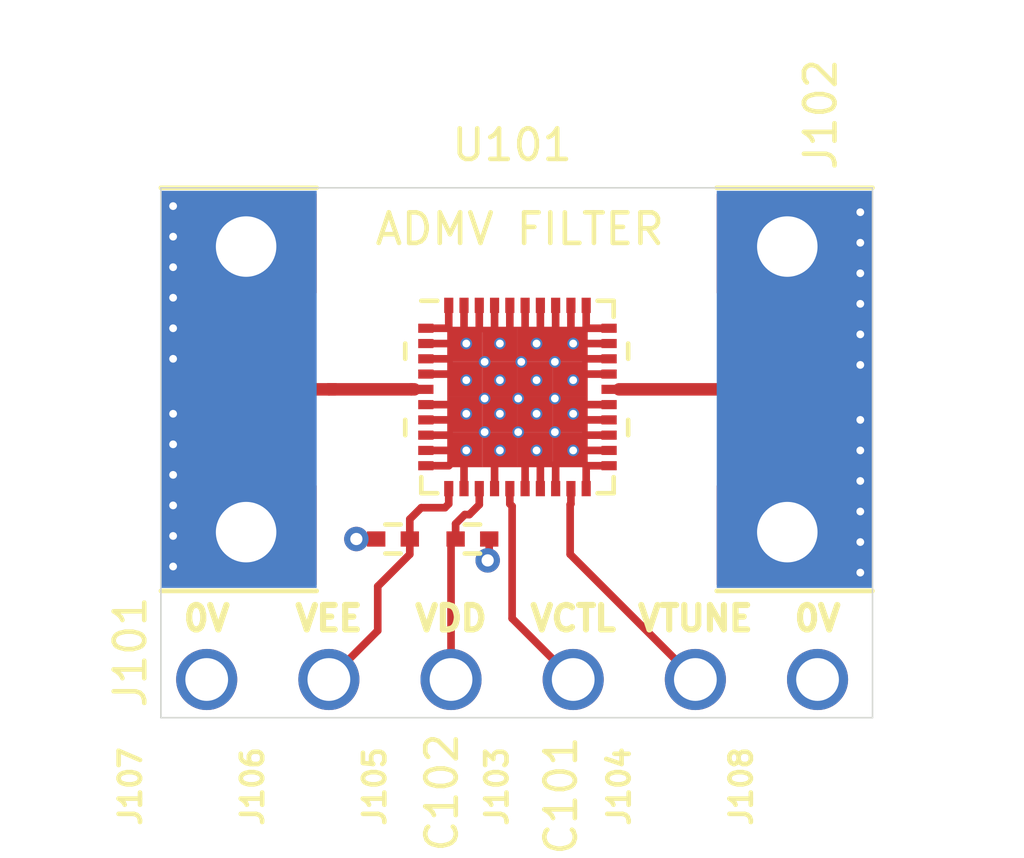
<source format=kicad_pcb>
(kicad_pcb (version 20171130) (host pcbnew "(5.1.4-74-gcf968cb6b)")

  (general
    (thickness 1.6)
    (drawings 11)
    (tracks 100)
    (zones 0)
    (modules 36)
    (nets 8)
  )

  (page A4)
  (layers
    (0 F.Cu signal)
    (1 In1.Cu signal)
    (2 In2.Cu signal)
    (31 B.Cu signal)
    (32 B.Adhes user)
    (33 F.Adhes user)
    (34 B.Paste user)
    (35 F.Paste user)
    (36 B.SilkS user hide)
    (37 F.SilkS user)
    (38 B.Mask user)
    (39 F.Mask user)
    (40 Dwgs.User user)
    (41 Cmts.User user)
    (42 Eco1.User user)
    (43 Eco2.User user)
    (44 Edge.Cuts user)
    (45 Margin user)
    (46 B.CrtYd user)
    (47 F.CrtYd user)
    (48 B.Fab user)
    (49 F.Fab user)
  )

  (setup
    (last_trace_width 0.25)
    (user_trace_width 0.41)
    (trace_clearance 0.2)
    (zone_clearance 0.2)
    (zone_45_only no)
    (trace_min 0.2)
    (via_size 0.8)
    (via_drill 0.4)
    (via_min_size 0.4)
    (via_min_drill 0.3)
    (uvia_size 0.3)
    (uvia_drill 0.1)
    (uvias_allowed no)
    (uvia_min_size 0.2)
    (uvia_min_drill 0.1)
    (edge_width 0.05)
    (segment_width 0.2)
    (pcb_text_width 0.3)
    (pcb_text_size 1.5 1.5)
    (mod_edge_width 0.12)
    (mod_text_size 1 1)
    (mod_text_width 0.15)
    (pad_size 0.381 0.381)
    (pad_drill 0.254)
    (pad_to_mask_clearance 0.02)
    (solder_mask_min_width 0.135)
    (aux_axis_origin 0 0)
    (visible_elements FFFDFF7F)
    (pcbplotparams
      (layerselection 0x010fc_ffffffff)
      (usegerberextensions false)
      (usegerberattributes false)
      (usegerberadvancedattributes false)
      (creategerberjobfile false)
      (excludeedgelayer true)
      (linewidth 0.100000)
      (plotframeref false)
      (viasonmask false)
      (mode 1)
      (useauxorigin false)
      (hpglpennumber 1)
      (hpglpenspeed 20)
      (hpglpendiameter 15.000000)
      (psnegative false)
      (psa4output false)
      (plotreference true)
      (plotvalue true)
      (plotinvisibletext false)
      (padsonsilk false)
      (subtractmaskfromsilk false)
      (outputformat 1)
      (mirror false)
      (drillshape 1)
      (scaleselection 1)
      (outputdirectory ""))
  )

  (net 0 "")
  (net 1 GND)
  (net 2 "Net-(C101-Pad1)")
  (net 3 "Net-(C102-Pad1)")
  (net 4 "Net-(J101-Pad1)")
  (net 5 "Net-(J102-Pad1)")
  (net 6 "Net-(J103-Pad1)")
  (net 7 "Net-(J104-Pad1)")

  (net_class Default "This is the default net class."
    (clearance 0.2)
    (trace_width 0.25)
    (via_dia 0.8)
    (via_drill 0.4)
    (uvia_dia 0.3)
    (uvia_drill 0.1)
    (add_net GND)
    (add_net "Net-(C101-Pad1)")
    (add_net "Net-(C102-Pad1)")
    (add_net "Net-(J101-Pad1)")
    (add_net "Net-(J102-Pad1)")
    (add_net "Net-(J103-Pad1)")
    (add_net "Net-(J104-Pad1)")
  )

  (module synth_footprints:VIA_OSH4LAYER_MIN (layer F.Cu) (tedit 5D8816C6) (tstamp 5D882B01)
    (at 166.2 84.4)
    (fp_text reference REF** (at 0 -2.5) (layer F.SilkS) hide
      (effects (font (size 1 1) (thickness 0.15)))
    )
    (fp_text value VIA_OSH4LAYER_MIN (at 0 -1.2) (layer F.Fab) hide
      (effects (font (size 1 1) (thickness 0.15)))
    )
    (pad 1 thru_hole circle (at 0 0) (size 0.381 0.381) (drill 0.254) (layers *.Cu)
      (net 1 GND))
  )

  (module synth_footprints:VIA_OSH4LAYER_MIN (layer F.Cu) (tedit 5D8816C6) (tstamp 5D882AF9)
    (at 165.1 84.4)
    (fp_text reference REF** (at 0 -2.5) (layer F.SilkS) hide
      (effects (font (size 1 1) (thickness 0.15)))
    )
    (fp_text value VIA_OSH4LAYER_MIN (at 0 -1.2) (layer F.Fab) hide
      (effects (font (size 1 1) (thickness 0.15)))
    )
    (pad 1 thru_hole circle (at 0 0) (size 0.381 0.381) (drill 0.254) (layers *.Cu)
      (net 1 GND))
  )

  (module synth_footprints:VIA_OSH4LAYER_MIN (layer F.Cu) (tedit 5D8816C6) (tstamp 5D882AF1)
    (at 165.1 83.3)
    (fp_text reference REF** (at 0 -2.5) (layer F.SilkS) hide
      (effects (font (size 1 1) (thickness 0.15)))
    )
    (fp_text value VIA_OSH4LAYER_MIN (at 0 -1.2) (layer F.Fab) hide
      (effects (font (size 1 1) (thickness 0.15)))
    )
    (pad 1 thru_hole circle (at 0 0) (size 0.381 0.381) (drill 0.254) (layers *.Cu)
      (net 1 GND))
  )

  (module synth_footprints:VIA_OSH4LAYER_MIN (layer F.Cu) (tedit 5D8816C6) (tstamp 5D882AE9)
    (at 166.2 83.3)
    (fp_text reference REF** (at 0 -2.5) (layer F.SilkS) hide
      (effects (font (size 1 1) (thickness 0.15)))
    )
    (fp_text value VIA_OSH4LAYER_MIN (at 0 -1.2) (layer F.Fab) hide
      (effects (font (size 1 1) (thickness 0.15)))
    )
    (pad 1 thru_hole circle (at 0 0) (size 0.381 0.381) (drill 0.254) (layers *.Cu)
      (net 1 GND))
  )

  (module synth_footprints:VIA_OSH4LAYER_MIN (layer F.Cu) (tedit 5D8816C6) (tstamp 5D882AE1)
    (at 167.4 83.3)
    (fp_text reference REF** (at 0 -2.5) (layer F.SilkS) hide
      (effects (font (size 1 1) (thickness 0.15)))
    )
    (fp_text value VIA_OSH4LAYER_MIN (at 0 -1.2) (layer F.Fab) hide
      (effects (font (size 1 1) (thickness 0.15)))
    )
    (pad 1 thru_hole circle (at 0 0) (size 0.381 0.381) (drill 0.254) (layers *.Cu)
      (net 1 GND))
  )

  (module synth_footprints:VIA_OSH4LAYER_MIN (layer F.Cu) (tedit 5D8816C6) (tstamp 5D882AD9)
    (at 167.4 84.4)
    (fp_text reference REF** (at 0 -2.5) (layer F.SilkS) hide
      (effects (font (size 1 1) (thickness 0.15)))
    )
    (fp_text value VIA_OSH4LAYER_MIN (at 0 -1.2) (layer F.Fab) hide
      (effects (font (size 1 1) (thickness 0.15)))
    )
    (pad 1 thru_hole circle (at 0 0) (size 0.381 0.381) (drill 0.254) (layers *.Cu)
      (net 1 GND))
  )

  (module synth_footprints:VIA_OSH4LAYER_MIN (layer F.Cu) (tedit 5D8816C6) (tstamp 5D882AD1)
    (at 168 85)
    (fp_text reference REF** (at 0 -2.5) (layer F.SilkS) hide
      (effects (font (size 1 1) (thickness 0.15)))
    )
    (fp_text value VIA_OSH4LAYER_MIN (at 0 -1.2) (layer F.Fab) hide
      (effects (font (size 1 1) (thickness 0.15)))
    )
    (pad 1 thru_hole circle (at 0 0) (size 0.381 0.381) (drill 0.254) (layers *.Cu)
      (net 1 GND))
  )

  (module synth_footprints:VIA_OSH4LAYER_MIN (layer F.Cu) (tedit 5D8816C6) (tstamp 5D882AC9)
    (at 166.8 85)
    (fp_text reference REF** (at 0 -2.5) (layer F.SilkS) hide
      (effects (font (size 1 1) (thickness 0.15)))
    )
    (fp_text value VIA_OSH4LAYER_MIN (at 0 -1.2) (layer F.Fab) hide
      (effects (font (size 1 1) (thickness 0.15)))
    )
    (pad 1 thru_hole circle (at 0 0) (size 0.381 0.381) (drill 0.254) (layers *.Cu)
      (net 1 GND))
  )

  (module synth_footprints:VIA_OSH4LAYER_MIN (layer F.Cu) (tedit 5D8816C6) (tstamp 5D882AC1)
    (at 165.6 85)
    (fp_text reference REF** (at 0 -2.5) (layer F.SilkS) hide
      (effects (font (size 1 1) (thickness 0.15)))
    )
    (fp_text value VIA_OSH4LAYER_MIN (at 0 -1.2) (layer F.Fab) hide
      (effects (font (size 1 1) (thickness 0.15)))
    )
    (pad 1 thru_hole circle (at 0 0) (size 0.381 0.381) (drill 0.254) (layers *.Cu)
      (net 1 GND))
  )

  (module synth_footprints:VIA_OSH4LAYER_MIN (layer F.Cu) (tedit 5D8816C6) (tstamp 5D882AB9)
    (at 164.5 85)
    (fp_text reference REF** (at 0 -2.5) (layer F.SilkS) hide
      (effects (font (size 1 1) (thickness 0.15)))
    )
    (fp_text value VIA_OSH4LAYER_MIN (at 0 -1.2) (layer F.Fab) hide
      (effects (font (size 1 1) (thickness 0.15)))
    )
    (pad 1 thru_hole circle (at 0 0) (size 0.381 0.381) (drill 0.254) (layers *.Cu)
      (net 1 GND))
  )

  (module synth_footprints:VIA_OSH4LAYER_MIN (layer F.Cu) (tedit 5D8816C6) (tstamp 5D882AB1)
    (at 164.5 83.8)
    (fp_text reference REF** (at 0 -2.5) (layer F.SilkS) hide
      (effects (font (size 1 1) (thickness 0.15)))
    )
    (fp_text value VIA_OSH4LAYER_MIN (at 0 -1.2) (layer F.Fab) hide
      (effects (font (size 1 1) (thickness 0.15)))
    )
    (pad 1 thru_hole circle (at 0 0) (size 0.381 0.381) (drill 0.254) (layers *.Cu)
      (net 1 GND))
  )

  (module synth_footprints:VIA_OSH4LAYER_MIN (layer F.Cu) (tedit 5D8816C6) (tstamp 5D882AA9)
    (at 165.6 83.8)
    (fp_text reference REF** (at 0 -2.5) (layer F.SilkS) hide
      (effects (font (size 1 1) (thickness 0.15)))
    )
    (fp_text value VIA_OSH4LAYER_MIN (at 0 -1.2) (layer F.Fab) hide
      (effects (font (size 1 1) (thickness 0.15)))
    )
    (pad 1 thru_hole circle (at 0 0) (size 0.381 0.381) (drill 0.254) (layers *.Cu)
      (net 1 GND))
  )

  (module synth_footprints:VIA_OSH4LAYER_MIN (layer F.Cu) (tedit 5D8816C6) (tstamp 5D882AA1)
    (at 166.8 83.8)
    (fp_text reference REF** (at 0 -2.5) (layer F.SilkS) hide
      (effects (font (size 1 1) (thickness 0.15)))
    )
    (fp_text value VIA_OSH4LAYER_MIN (at 0 -1.2) (layer F.Fab) hide
      (effects (font (size 1 1) (thickness 0.15)))
    )
    (pad 1 thru_hole circle (at 0 0) (size 0.381 0.381) (drill 0.254) (layers *.Cu)
      (net 1 GND))
  )

  (module synth_footprints:VIA_OSH4LAYER_MIN (layer F.Cu) (tedit 5D8816C6) (tstamp 5D882A99)
    (at 168 83.8)
    (fp_text reference REF** (at 0 -2.5) (layer F.SilkS) hide
      (effects (font (size 1 1) (thickness 0.15)))
    )
    (fp_text value VIA_OSH4LAYER_MIN (at 0 -1.2) (layer F.Fab) hide
      (effects (font (size 1 1) (thickness 0.15)))
    )
    (pad 1 thru_hole circle (at 0 0) (size 0.381 0.381) (drill 0.254) (layers *.Cu)
      (net 1 GND))
  )

  (module synth_footprints:VIA_OSH4LAYER_MIN (layer F.Cu) (tedit 5D8816C6) (tstamp 5D882A91)
    (at 167.4 82.1)
    (fp_text reference REF** (at 0 -2.5) (layer F.SilkS) hide
      (effects (font (size 1 1) (thickness 0.15)))
    )
    (fp_text value VIA_OSH4LAYER_MIN (at 0 -1.2) (layer F.Fab) hide
      (effects (font (size 1 1) (thickness 0.15)))
    )
    (pad 1 thru_hole circle (at 0 0) (size 0.381 0.381) (drill 0.254) (layers *.Cu)
      (net 1 GND))
  )

  (module synth_footprints:VIA_OSH4LAYER_MIN (layer F.Cu) (tedit 5D8816C6) (tstamp 5D882A89)
    (at 166.3 82.1)
    (fp_text reference REF** (at 0 -2.5) (layer F.SilkS) hide
      (effects (font (size 1 1) (thickness 0.15)))
    )
    (fp_text value VIA_OSH4LAYER_MIN (at 0 -1.2) (layer F.Fab) hide
      (effects (font (size 1 1) (thickness 0.15)))
    )
    (pad 1 thru_hole circle (at 0 0) (size 0.381 0.381) (drill 0.254) (layers *.Cu)
      (net 1 GND))
  )

  (module synth_footprints:VIA_OSH4LAYER_MIN (layer F.Cu) (tedit 5D8816C6) (tstamp 5D882A81)
    (at 165.1 82.1)
    (fp_text reference REF** (at 0 -2.5) (layer F.SilkS) hide
      (effects (font (size 1 1) (thickness 0.15)))
    )
    (fp_text value VIA_OSH4LAYER_MIN (at 0 -1.2) (layer F.Fab) hide
      (effects (font (size 1 1) (thickness 0.15)))
    )
    (pad 1 thru_hole circle (at 0 0) (size 0.381 0.381) (drill 0.254) (layers *.Cu)
      (net 1 GND))
  )

  (module synth_footprints:VIA_OSH4LAYER_MIN (layer F.Cu) (tedit 5D8816C6) (tstamp 5D882A79)
    (at 164.5 82.7)
    (fp_text reference REF** (at 0 -2.5) (layer F.SilkS) hide
      (effects (font (size 1 1) (thickness 0.15)))
    )
    (fp_text value VIA_OSH4LAYER_MIN (at 0 -1.2) (layer F.Fab) hide
      (effects (font (size 1 1) (thickness 0.15)))
    )
    (pad 1 thru_hole circle (at 0 0) (size 0.381 0.381) (drill 0.254) (layers *.Cu)
      (net 1 GND))
  )

  (module synth_footprints:VIA_OSH4LAYER_MIN (layer F.Cu) (tedit 5D8816C6) (tstamp 5D882A71)
    (at 165.6 82.7)
    (fp_text reference REF** (at 0 -2.5) (layer F.SilkS) hide
      (effects (font (size 1 1) (thickness 0.15)))
    )
    (fp_text value VIA_OSH4LAYER_MIN (at 0 -1.2) (layer F.Fab) hide
      (effects (font (size 1 1) (thickness 0.15)))
    )
    (pad 1 thru_hole circle (at 0 0) (size 0.381 0.381) (drill 0.254) (layers *.Cu)
      (net 1 GND))
  )

  (module synth_footprints:VIA_OSH4LAYER_MIN (layer F.Cu) (tedit 5D8816C6) (tstamp 5D882A69)
    (at 166.8 82.7)
    (fp_text reference REF** (at 0 -2.5) (layer F.SilkS) hide
      (effects (font (size 1 1) (thickness 0.15)))
    )
    (fp_text value VIA_OSH4LAYER_MIN (at 0 -1.2) (layer F.Fab) hide
      (effects (font (size 1 1) (thickness 0.15)))
    )
    (pad 1 thru_hole circle (at 0 0) (size 0.381 0.381) (drill 0.254) (layers *.Cu)
      (net 1 GND))
  )

  (module synth_footprints:VIA_OSH4LAYER_MIN (layer F.Cu) (tedit 5D8816C6) (tstamp 5D882A61)
    (at 168 82.7)
    (fp_text reference REF** (at 0 -2.5) (layer F.SilkS) hide
      (effects (font (size 1 1) (thickness 0.15)))
    )
    (fp_text value VIA_OSH4LAYER_MIN (at 0 -1.2) (layer F.Fab) hide
      (effects (font (size 1 1) (thickness 0.15)))
    )
    (pad 1 thru_hole circle (at 0 0) (size 0.381 0.381) (drill 0.254) (layers *.Cu)
      (net 1 GND))
  )

  (module synth_footprints:VIA_OSH4LAYER_MIN (layer F.Cu) (tedit 5D8816C6) (tstamp 5D882A59)
    (at 168 81.5)
    (fp_text reference REF** (at 0 -2.5) (layer F.SilkS) hide
      (effects (font (size 1 1) (thickness 0.15)))
    )
    (fp_text value VIA_OSH4LAYER_MIN (at 0 -1.2) (layer F.Fab) hide
      (effects (font (size 1 1) (thickness 0.15)))
    )
    (pad 1 thru_hole circle (at 0 0) (size 0.381 0.381) (drill 0.254) (layers *.Cu)
      (net 1 GND))
  )

  (module synth_footprints:VIA_OSH4LAYER_MIN (layer F.Cu) (tedit 5D8816C6) (tstamp 5D882A51)
    (at 166.8 81.5)
    (fp_text reference REF** (at 0 -2.5) (layer F.SilkS) hide
      (effects (font (size 1 1) (thickness 0.15)))
    )
    (fp_text value VIA_OSH4LAYER_MIN (at 0 -1.2) (layer F.Fab) hide
      (effects (font (size 1 1) (thickness 0.15)))
    )
    (pad 1 thru_hole circle (at 0 0) (size 0.381 0.381) (drill 0.254) (layers *.Cu)
      (net 1 GND))
  )

  (module synth_footprints:VIA_OSH4LAYER_MIN (layer F.Cu) (tedit 5D8816C6) (tstamp 5D882A49)
    (at 165.6 81.5)
    (fp_text reference REF** (at 0 -2.5) (layer F.SilkS) hide
      (effects (font (size 1 1) (thickness 0.15)))
    )
    (fp_text value VIA_OSH4LAYER_MIN (at 0 -1.2) (layer F.Fab) hide
      (effects (font (size 1 1) (thickness 0.15)))
    )
    (pad 1 thru_hole circle (at 0 0) (size 0.381 0.381) (drill 0.254) (layers *.Cu)
      (net 1 GND))
  )

  (module synth_footprints:VIA_OSH4LAYER_MIN (layer F.Cu) (tedit 5D8816C6) (tstamp 5D8828CB)
    (at 164.5 81.5)
    (fp_text reference REF** (at 0 -2.5) (layer F.SilkS) hide
      (effects (font (size 1 1) (thickness 0.15)))
    )
    (fp_text value VIA_OSH4LAYER_MIN (at 0 -1.2) (layer F.Fab) hide
      (effects (font (size 1 1) (thickness 0.15)))
    )
    (pad 1 thru_hole circle (at 0 0) (size 0.381 0.381) (drill 0.254) (layers *.Cu)
      (net 1 GND))
  )

  (module vna_mm:sw_edge_oshpark_4layer (layer F.Cu) (tedit 5D8802F6) (tstamp 5D8815F2)
    (at 154.5 83 90)
    (path /5D880968)
    (fp_text reference J101 (at -8.6 -1 90) (layer F.SilkS)
      (effects (font (size 1 1) (thickness 0.15)))
    )
    (fp_text value Conn_Coaxial (at -11.9 7.3) (layer F.Fab)
      (effects (font (size 1 1) (thickness 0.15)))
    )
    (fp_line (start 1 8) (end 1.5 8) (layer F.SilkS) (width 0.15))
    (fp_line (start -1 8) (end -1.5 8) (layer F.SilkS) (width 0.15))
    (fp_poly (pts (xy -6.6 0) (xy -0.5 0) (xy -0.5 5.1) (xy -6.6 5.1)) (layer F.Mask) (width 0.1))
    (fp_poly (pts (xy 0.5 0) (xy 6.6 0) (xy 6.6 5.1) (xy 0.5 5.1)) (layer F.Mask) (width 0.1))
    (fp_poly (pts (xy -0.6 1.9) (xy 0.6 1.9) (xy 0.6 5.1) (xy -0.6 5.1)) (layer F.Mask) (width 0.1))
    (fp_poly (pts (xy -0.5 0) (xy 0.5 0) (xy 0.5 1.3) (xy -0.5 1.3)) (layer F.Mask) (width 0.1))
    (fp_line (start 6.6 0) (end 6.6 5.1) (layer F.SilkS) (width 0.15))
    (fp_line (start -6.6 0) (end -6.6 5) (layer F.SilkS) (width 0.15))
    (fp_line (start -6.6 5) (end -6.6 5.1) (layer F.SilkS) (width 0.15))
    (pad 2 smd rect (at 0 2.55 270) (size 13 5.1) (layers B.Cu B.Mask)
      (net 1 GND))
    (pad 2 smd rect (at 4.775 2.85 270) (size 3.25 4.5) (layers F.Cu F.Mask)
      (net 1 GND))
    (pad 2 smd rect (at -4.775 2.85 270) (size 3.25 4.5) (layers F.Cu F.Mask)
      (net 1 GND))
    (pad 2 thru_hole circle (at -4.675 2.79 90) (size 3 3) (drill 1.98) (layers *.Cu *.Mask)
      (net 1 GND))
    (pad 2 thru_hole circle (at 4.675 2.79 90) (size 3 3) (drill 1.98) (layers *.Cu *.Mask)
      (net 1 GND))
    (pad 1 smd rect (at 0 3.04 90) (size 0.41 4.08) (layers F.Cu)
      (net 4 "Net-(J101-Pad1)"))
    (pad 1 smd trapezoid (at 0 0.55 90) (size 0.3 0.95) (rect_delta 0 0.11 ) (layers F.Cu F.Mask)
      (net 4 "Net-(J101-Pad1)"))
    (pad 2 smd rect (at 3.4 0.3 270) (size 6 0.6) (layers F.Cu F.Mask)
      (net 1 GND))
    (pad 2 smd trapezoid (at 3.4 0.7 90) (size 5.8 0.2) (rect_delta 0 -0.2 ) (layers F.Cu F.Mask)
      (net 1 GND))
    (pad 2 thru_hole circle (at 1 0.4 90) (size 0.5 0.5) (drill 0.254) (layers *.Cu *.Mask)
      (net 1 GND))
    (pad 2 thru_hole circle (at 2 0.4 90) (size 0.5 0.5) (drill 0.254) (layers *.Cu *.Mask)
      (net 1 GND))
    (pad 2 thru_hole circle (at 3 0.4 90) (size 0.5 0.5) (drill 0.254) (layers *.Cu *.Mask)
      (net 1 GND))
    (pad 2 thru_hole circle (at 4 0.4 90) (size 0.5 0.5) (drill 0.254) (layers *.Cu *.Mask)
      (net 1 GND))
    (pad 2 thru_hole circle (at 5 0.4 90) (size 0.5 0.5) (drill 0.254) (layers *.Cu *.Mask)
      (net 1 GND))
    (pad 2 thru_hole circle (at 6 0.4 90) (size 0.5 0.5) (drill 0.254) (layers *.Cu *.Mask)
      (net 1 GND))
    (pad 2 smd trapezoid (at -3.4 0.7 90) (size 5.8 0.2) (rect_delta 0 -0.2 ) (layers F.Cu F.Mask)
      (net 1 GND))
    (pad 2 smd rect (at -3.4 0.3 270) (size 6 0.6) (layers F.Cu F.Mask)
      (net 1 GND))
    (pad 2 thru_hole circle (at -2.8 0.4 90) (size 0.5 0.5) (drill 0.254) (layers *.Cu *.Mask)
      (net 1 GND))
    (pad 2 thru_hole circle (at -0.8 0.4 90) (size 0.5 0.5) (drill 0.254) (layers *.Cu *.Mask)
      (net 1 GND))
    (pad 2 thru_hole circle (at -1.8 0.4 90) (size 0.5 0.5) (drill 0.254) (layers *.Cu *.Mask)
      (net 1 GND))
    (pad 2 thru_hole circle (at -5.8 0.4 90) (size 0.5 0.5) (drill 0.254) (layers *.Cu *.Mask)
      (net 1 GND))
    (pad 2 thru_hole circle (at -3.8 0.4 90) (size 0.5 0.5) (drill 0.254) (layers *.Cu *.Mask)
      (net 1 GND))
    (pad 2 thru_hole circle (at -4.8 0.4 90) (size 0.5 0.5) (drill 0.254) (layers *.Cu *.Mask)
      (net 1 GND))
  )

  (module vna_mm:sw_edge_oshpark_4layer (layer F.Cu) (tedit 5D8802F6) (tstamp 5D881B7D)
    (at 177.8 83 270)
    (path /5D88288F)
    (fp_text reference J102 (at -9 1.7 90) (layer F.SilkS)
      (effects (font (size 1 1) (thickness 0.15)))
    )
    (fp_text value Conn_Coaxial (at -11.9 7.3) (layer F.Fab)
      (effects (font (size 1 1) (thickness 0.15)))
    )
    (fp_line (start 1 8) (end 1.5 8) (layer F.SilkS) (width 0.15))
    (fp_line (start -1 8) (end -1.5 8) (layer F.SilkS) (width 0.15))
    (fp_poly (pts (xy -6.6 0) (xy -0.5 0) (xy -0.5 5.1) (xy -6.6 5.1)) (layer F.Mask) (width 0.1))
    (fp_poly (pts (xy 0.5 0) (xy 6.6 0) (xy 6.6 5.1) (xy 0.5 5.1)) (layer F.Mask) (width 0.1))
    (fp_poly (pts (xy -0.6 1.9) (xy 0.6 1.9) (xy 0.6 5.1) (xy -0.6 5.1)) (layer F.Mask) (width 0.1))
    (fp_poly (pts (xy -0.5 0) (xy 0.5 0) (xy 0.5 1.3) (xy -0.5 1.3)) (layer F.Mask) (width 0.1))
    (fp_line (start 6.6 0) (end 6.6 5.1) (layer F.SilkS) (width 0.15))
    (fp_line (start -6.6 0) (end -6.6 5) (layer F.SilkS) (width 0.15))
    (fp_line (start -6.6 5) (end -6.6 5.1) (layer F.SilkS) (width 0.15))
    (pad 2 smd rect (at 0 2.55 90) (size 13 5.1) (layers B.Cu B.Mask)
      (net 1 GND))
    (pad 2 smd rect (at 4.775 2.85 90) (size 3.25 4.5) (layers F.Cu F.Mask)
      (net 1 GND))
    (pad 2 smd rect (at -4.775 2.85 90) (size 3.25 4.5) (layers F.Cu F.Mask)
      (net 1 GND))
    (pad 2 thru_hole circle (at -4.675 2.79 270) (size 3 3) (drill 1.98) (layers *.Cu *.Mask)
      (net 1 GND))
    (pad 2 thru_hole circle (at 4.675 2.79 270) (size 3 3) (drill 1.98) (layers *.Cu *.Mask)
      (net 1 GND))
    (pad 1 smd rect (at 0 3.04 270) (size 0.41 4.08) (layers F.Cu)
      (net 5 "Net-(J102-Pad1)"))
    (pad 1 smd trapezoid (at 0 0.55 270) (size 0.3 0.95) (rect_delta 0 0.11 ) (layers F.Cu F.Mask)
      (net 5 "Net-(J102-Pad1)"))
    (pad 2 smd rect (at 3.4 0.3 90) (size 6 0.6) (layers F.Cu F.Mask)
      (net 1 GND))
    (pad 2 smd trapezoid (at 3.4 0.7 270) (size 5.8 0.2) (rect_delta 0 -0.2 ) (layers F.Cu F.Mask)
      (net 1 GND))
    (pad 2 thru_hole circle (at 1 0.4 270) (size 0.5 0.5) (drill 0.254) (layers *.Cu *.Mask)
      (net 1 GND))
    (pad 2 thru_hole circle (at 2 0.4 270) (size 0.5 0.5) (drill 0.254) (layers *.Cu *.Mask)
      (net 1 GND))
    (pad 2 thru_hole circle (at 3 0.4 270) (size 0.5 0.5) (drill 0.254) (layers *.Cu *.Mask)
      (net 1 GND))
    (pad 2 thru_hole circle (at 4 0.4 270) (size 0.5 0.5) (drill 0.254) (layers *.Cu *.Mask)
      (net 1 GND))
    (pad 2 thru_hole circle (at 5 0.4 270) (size 0.5 0.5) (drill 0.254) (layers *.Cu *.Mask)
      (net 1 GND))
    (pad 2 thru_hole circle (at 6 0.4 270) (size 0.5 0.5) (drill 0.254) (layers *.Cu *.Mask)
      (net 1 GND))
    (pad 2 smd trapezoid (at -3.4 0.7 270) (size 5.8 0.2) (rect_delta 0 -0.2 ) (layers F.Cu F.Mask)
      (net 1 GND))
    (pad 2 smd rect (at -3.4 0.3 90) (size 6 0.6) (layers F.Cu F.Mask)
      (net 1 GND))
    (pad 2 thru_hole circle (at -2.8 0.4 270) (size 0.5 0.5) (drill 0.254) (layers *.Cu *.Mask)
      (net 1 GND))
    (pad 2 thru_hole circle (at -0.8 0.4 270) (size 0.5 0.5) (drill 0.254) (layers *.Cu *.Mask)
      (net 1 GND))
    (pad 2 thru_hole circle (at -1.8 0.4 270) (size 0.5 0.5) (drill 0.254) (layers *.Cu *.Mask)
      (net 1 GND))
    (pad 2 thru_hole circle (at -5.8 0.4 270) (size 0.5 0.5) (drill 0.254) (layers *.Cu *.Mask)
      (net 1 GND))
    (pad 2 thru_hole circle (at -3.8 0.4 270) (size 0.5 0.5) (drill 0.254) (layers *.Cu *.Mask)
      (net 1 GND))
    (pad 2 thru_hole circle (at -4.8 0.4 270) (size 0.5 0.5) (drill 0.254) (layers *.Cu *.Mask)
      (net 1 GND))
  )

  (module Capacitors_SMD:C_0402 (layer F.Cu) (tedit 5415D599) (tstamp 5D881622)
    (at 164.7 87.9)
    (descr "Capacitor SMD 0402, reflow soldering, AVX (see smccp.pdf)")
    (tags "capacitor 0402")
    (path /5D8929D7)
    (attr smd)
    (fp_text reference C101 (at 2.9 8.4 90) (layer F.SilkS)
      (effects (font (size 1 1) (thickness 0.15)))
    )
    (fp_text value C_Small (at 0 1.7) (layer F.Fab)
      (effects (font (size 1 1) (thickness 0.15)))
    )
    (fp_line (start -1.15 -0.6) (end 1.15 -0.6) (layer F.CrtYd) (width 0.05))
    (fp_line (start -1.15 0.6) (end 1.15 0.6) (layer F.CrtYd) (width 0.05))
    (fp_line (start -1.15 -0.6) (end -1.15 0.6) (layer F.CrtYd) (width 0.05))
    (fp_line (start 1.15 -0.6) (end 1.15 0.6) (layer F.CrtYd) (width 0.05))
    (fp_line (start 0.25 -0.475) (end -0.25 -0.475) (layer F.SilkS) (width 0.15))
    (fp_line (start -0.25 0.475) (end 0.25 0.475) (layer F.SilkS) (width 0.15))
    (pad 1 smd rect (at -0.55 0) (size 0.6 0.5) (layers F.Cu F.Paste F.Mask)
      (net 2 "Net-(C101-Pad1)"))
    (pad 2 smd rect (at 0.55 0) (size 0.6 0.5) (layers F.Cu F.Paste F.Mask)
      (net 1 GND))
    (model Capacitors_SMD.3dshapes/C_0402.wrl
      (at (xyz 0 0 0))
      (scale (xyz 1 1 1))
      (rotate (xyz 0 0 0))
    )
  )

  (module Capacitors_SMD:C_0402 (layer F.Cu) (tedit 5415D599) (tstamp 5D88162E)
    (at 162.1 87.9 180)
    (descr "Capacitor SMD 0402, reflow soldering, AVX (see smccp.pdf)")
    (tags "capacitor 0402")
    (path /5D8A38AA)
    (attr smd)
    (fp_text reference C102 (at -1.6 -8.3 90) (layer F.SilkS)
      (effects (font (size 1 1) (thickness 0.15)))
    )
    (fp_text value C_Small (at 0 1.7) (layer F.Fab)
      (effects (font (size 1 1) (thickness 0.15)))
    )
    (fp_line (start -0.25 0.475) (end 0.25 0.475) (layer F.SilkS) (width 0.15))
    (fp_line (start 0.25 -0.475) (end -0.25 -0.475) (layer F.SilkS) (width 0.15))
    (fp_line (start 1.15 -0.6) (end 1.15 0.6) (layer F.CrtYd) (width 0.05))
    (fp_line (start -1.15 -0.6) (end -1.15 0.6) (layer F.CrtYd) (width 0.05))
    (fp_line (start -1.15 0.6) (end 1.15 0.6) (layer F.CrtYd) (width 0.05))
    (fp_line (start -1.15 -0.6) (end 1.15 -0.6) (layer F.CrtYd) (width 0.05))
    (pad 2 smd rect (at 0.55 0 180) (size 0.6 0.5) (layers F.Cu F.Paste F.Mask)
      (net 1 GND))
    (pad 1 smd rect (at -0.55 0 180) (size 0.6 0.5) (layers F.Cu F.Paste F.Mask)
      (net 3 "Net-(C102-Pad1)"))
    (model Capacitors_SMD.3dshapes/C_0402.wrl
      (at (xyz 0 0 0))
      (scale (xyz 1 1 1))
      (rotate (xyz 0 0 0))
    )
  )

  (module vna_footprints:TURRET_MILLMAX_2101 (layer F.Cu) (tedit 5D75DD65) (tstamp 5D881633)
    (at 168 92.5)
    (path /5D8A5B59)
    (fp_text reference J103 (at -2.5 3.5 90) (layer F.SilkS)
      (effects (font (size 0.7 0.7) (thickness 0.15)))
    )
    (fp_text value Conn_01x01_Male (at 0 -3.3) (layer F.Fab)
      (effects (font (size 1 1) (thickness 0.15)))
    )
    (pad 1 thru_hole circle (at 0 0) (size 2 2) (drill 1.4) (layers *.Cu *.Mask)
      (net 6 "Net-(J103-Pad1)"))
  )

  (module vna_footprints:TURRET_MILLMAX_2101 (layer F.Cu) (tedit 5D75DD65) (tstamp 5D881C4A)
    (at 172 92.5)
    (path /5D8A8F29)
    (fp_text reference J104 (at -2.5 3.5 90) (layer F.SilkS)
      (effects (font (size 0.7 0.7) (thickness 0.15)))
    )
    (fp_text value Conn_01x01_Male (at 0 -3.3) (layer F.Fab)
      (effects (font (size 1 1) (thickness 0.15)))
    )
    (pad 1 thru_hole circle (at 0 0) (size 2 2) (drill 1.4) (layers *.Cu *.Mask)
      (net 7 "Net-(J104-Pad1)"))
  )

  (module vna_footprints:TURRET_MILLMAX_2101 (layer F.Cu) (tedit 5D75DD65) (tstamp 5D88163D)
    (at 164 92.5)
    (path /5D891546)
    (fp_text reference J105 (at -2.5 3.5 90) (layer F.SilkS)
      (effects (font (size 0.7 0.7) (thickness 0.15)))
    )
    (fp_text value Conn_01x01_Male (at 0 -3.3) (layer F.Fab)
      (effects (font (size 1 1) (thickness 0.15)))
    )
    (pad 1 thru_hole circle (at 0 0) (size 2 2) (drill 1.4) (layers *.Cu *.Mask)
      (net 2 "Net-(C101-Pad1)"))
  )

  (module vna_footprints:TURRET_MILLMAX_2101 (layer F.Cu) (tedit 5D75DD65) (tstamp 5D881642)
    (at 160 92.5)
    (path /5D8A38A4)
    (fp_text reference J106 (at -2.5 3.5 90) (layer F.SilkS)
      (effects (font (size 0.7 0.7) (thickness 0.15)))
    )
    (fp_text value Conn_01x01_Male (at 0 -3.3) (layer F.Fab)
      (effects (font (size 1 1) (thickness 0.15)))
    )
    (pad 1 thru_hole circle (at 0 0) (size 2 2) (drill 1.4) (layers *.Cu *.Mask)
      (net 3 "Net-(C102-Pad1)"))
  )

  (module Housings_DFN_QFN:QFN-40-1EP_6x6mm_Pitch0.5mm (layer F.Cu) (tedit 54130A77) (tstamp 5D881689)
    (at 166.175 83.25)
    (descr "40-Lead Plastic Quad Flat, No Lead Package (ML) - 6x6x0.9mm Body [QFN]; (see Microchip Packaging Specification 00000049BS.pdf)")
    (tags "QFN 0.5")
    (path /5D881873)
    (attr smd)
    (fp_text reference U101 (at -0.175 -8.25) (layer F.SilkS)
      (effects (font (size 1 1) (thickness 0.15)))
    )
    (fp_text value ADMV8416 (at 0 4.25) (layer F.Fab)
      (effects (font (size 1 1) (thickness 0.15)))
    )
    (fp_line (start -3.5 -3.5) (end -3.5 3.5) (layer F.CrtYd) (width 0.05))
    (fp_line (start 3.5 -3.5) (end 3.5 3.5) (layer F.CrtYd) (width 0.05))
    (fp_line (start -3.5 -3.5) (end 3.5 -3.5) (layer F.CrtYd) (width 0.05))
    (fp_line (start -3.5 3.5) (end 3.5 3.5) (layer F.CrtYd) (width 0.05))
    (fp_line (start 3.15 -3.15) (end 3.15 -2.625) (layer F.SilkS) (width 0.15))
    (fp_line (start -3.15 3.15) (end -3.15 2.625) (layer F.SilkS) (width 0.15))
    (fp_line (start 3.15 3.15) (end 3.15 2.625) (layer F.SilkS) (width 0.15))
    (fp_line (start -3.15 -3.15) (end -2.625 -3.15) (layer F.SilkS) (width 0.15))
    (fp_line (start -3.15 3.15) (end -2.625 3.15) (layer F.SilkS) (width 0.15))
    (fp_line (start 3.15 3.15) (end 2.625 3.15) (layer F.SilkS) (width 0.15))
    (fp_line (start 3.15 -3.15) (end 2.625 -3.15) (layer F.SilkS) (width 0.15))
    (pad 1 smd rect (at -3 -2.25) (size 0.5 0.3) (layers F.Cu F.Paste F.Mask)
      (net 1 GND))
    (pad 2 smd rect (at -3 -1.75) (size 0.5 0.3) (layers F.Cu F.Paste F.Mask)
      (net 1 GND))
    (pad 3 smd rect (at -3 -1.25) (size 0.5 0.3) (layers F.Cu F.Paste F.Mask)
      (net 1 GND))
    (pad 4 smd rect (at -3 -0.75) (size 0.5 0.3) (layers F.Cu F.Paste F.Mask)
      (net 1 GND))
    (pad 5 smd rect (at -3 -0.25) (size 0.5 0.3) (layers F.Cu F.Paste F.Mask)
      (net 4 "Net-(J101-Pad1)"))
    (pad 6 smd rect (at -3 0.25) (size 0.5 0.3) (layers F.Cu F.Paste F.Mask)
      (net 1 GND))
    (pad 7 smd rect (at -3 0.75) (size 0.5 0.3) (layers F.Cu F.Paste F.Mask)
      (net 1 GND))
    (pad 8 smd rect (at -3 1.25) (size 0.5 0.3) (layers F.Cu F.Paste F.Mask)
      (net 1 GND))
    (pad 9 smd rect (at -3 1.75) (size 0.5 0.3) (layers F.Cu F.Paste F.Mask)
      (net 1 GND))
    (pad 10 smd rect (at -3 2.25) (size 0.5 0.3) (layers F.Cu F.Paste F.Mask)
      (net 1 GND))
    (pad 11 smd rect (at -2.25 3 90) (size 0.5 0.3) (layers F.Cu F.Paste F.Mask)
      (net 3 "Net-(C102-Pad1)"))
    (pad 12 smd rect (at -1.75 3 90) (size 0.5 0.3) (layers F.Cu F.Paste F.Mask)
      (net 1 GND))
    (pad 13 smd rect (at -1.25 3 90) (size 0.5 0.3) (layers F.Cu F.Paste F.Mask)
      (net 2 "Net-(C101-Pad1)"))
    (pad 14 smd rect (at -0.75 3 90) (size 0.5 0.3) (layers F.Cu F.Paste F.Mask)
      (net 1 GND))
    (pad 15 smd rect (at -0.25 3 90) (size 0.5 0.3) (layers F.Cu F.Paste F.Mask)
      (net 6 "Net-(J103-Pad1)"))
    (pad 16 smd rect (at 0.25 3 90) (size 0.5 0.3) (layers F.Cu F.Paste F.Mask)
      (net 1 GND))
    (pad 17 smd rect (at 0.75 3 90) (size 0.5 0.3) (layers F.Cu F.Paste F.Mask)
      (net 1 GND))
    (pad 18 smd rect (at 1.25 3 90) (size 0.5 0.3) (layers F.Cu F.Paste F.Mask)
      (net 1 GND))
    (pad 19 smd rect (at 1.75 3 90) (size 0.5 0.3) (layers F.Cu F.Paste F.Mask)
      (net 7 "Net-(J104-Pad1)"))
    (pad 20 smd rect (at 2.25 3 90) (size 0.5 0.3) (layers F.Cu F.Paste F.Mask)
      (net 1 GND))
    (pad 21 smd rect (at 3 2.25) (size 0.5 0.3) (layers F.Cu F.Paste F.Mask)
      (net 1 GND))
    (pad 22 smd rect (at 3 1.75) (size 0.5 0.3) (layers F.Cu F.Paste F.Mask)
      (net 1 GND))
    (pad 23 smd rect (at 3 1.25) (size 0.5 0.3) (layers F.Cu F.Paste F.Mask)
      (net 1 GND))
    (pad 24 smd rect (at 3 0.75) (size 0.5 0.3) (layers F.Cu F.Paste F.Mask)
      (net 1 GND))
    (pad 25 smd rect (at 3 0.25) (size 0.5 0.3) (layers F.Cu F.Paste F.Mask)
      (net 1 GND))
    (pad 26 smd rect (at 3 -0.25) (size 0.5 0.3) (layers F.Cu F.Paste F.Mask)
      (net 5 "Net-(J102-Pad1)"))
    (pad 27 smd rect (at 3 -0.75) (size 0.5 0.3) (layers F.Cu F.Paste F.Mask)
      (net 1 GND))
    (pad 28 smd rect (at 3 -1.25) (size 0.5 0.3) (layers F.Cu F.Paste F.Mask)
      (net 1 GND))
    (pad 29 smd rect (at 3 -1.75) (size 0.5 0.3) (layers F.Cu F.Paste F.Mask)
      (net 1 GND))
    (pad 30 smd rect (at 3 -2.25) (size 0.5 0.3) (layers F.Cu F.Paste F.Mask)
      (net 1 GND))
    (pad 31 smd rect (at 2.25 -3 90) (size 0.5 0.3) (layers F.Cu F.Paste F.Mask)
      (net 1 GND))
    (pad 32 smd rect (at 1.75 -3 90) (size 0.5 0.3) (layers F.Cu F.Paste F.Mask)
      (net 1 GND))
    (pad 33 smd rect (at 1.25 -3 90) (size 0.5 0.3) (layers F.Cu F.Paste F.Mask)
      (net 1 GND))
    (pad 34 smd rect (at 0.75 -3 90) (size 0.5 0.3) (layers F.Cu F.Paste F.Mask)
      (net 1 GND))
    (pad 35 smd rect (at 0.25 -3 90) (size 0.5 0.3) (layers F.Cu F.Paste F.Mask)
      (net 1 GND))
    (pad 36 smd rect (at -0.25 -3 90) (size 0.5 0.3) (layers F.Cu F.Paste F.Mask)
      (net 1 GND))
    (pad 37 smd rect (at -0.75 -3 90) (size 0.5 0.3) (layers F.Cu F.Paste F.Mask)
      (net 1 GND))
    (pad 38 smd rect (at -1.25 -3 90) (size 0.5 0.3) (layers F.Cu F.Paste F.Mask)
      (net 1 GND))
    (pad 39 smd rect (at -1.75 -3 90) (size 0.5 0.3) (layers F.Cu F.Paste F.Mask)
      (net 1 GND))
    (pad 40 smd rect (at -2.25 -3 90) (size 0.5 0.3) (layers F.Cu F.Paste F.Mask)
      (net 1 GND))
    (pad 41 smd rect (at 1.725 1.725) (size 1.15 1.15) (layers F.Cu F.Paste F.Mask)
      (net 1 GND) (solder_paste_margin_ratio -0.2))
    (pad 41 smd rect (at 1.725 0.575) (size 1.15 1.15) (layers F.Cu F.Paste F.Mask)
      (net 1 GND) (solder_paste_margin_ratio -0.2))
    (pad 41 smd rect (at 1.725 -0.575) (size 1.15 1.15) (layers F.Cu F.Paste F.Mask)
      (net 1 GND) (solder_paste_margin_ratio -0.2))
    (pad 41 smd rect (at 1.725 -1.725) (size 1.15 1.15) (layers F.Cu F.Paste F.Mask)
      (net 1 GND) (solder_paste_margin_ratio -0.2))
    (pad 41 smd rect (at 0.575 1.725) (size 1.15 1.15) (layers F.Cu F.Paste F.Mask)
      (net 1 GND) (solder_paste_margin_ratio -0.2))
    (pad 41 smd rect (at 0.575 0.575) (size 1.15 1.15) (layers F.Cu F.Paste F.Mask)
      (net 1 GND) (solder_paste_margin_ratio -0.2))
    (pad 41 smd rect (at 0.575 -0.575) (size 1.15 1.15) (layers F.Cu F.Paste F.Mask)
      (net 1 GND) (solder_paste_margin_ratio -0.2))
    (pad 41 smd rect (at 0.575 -1.725) (size 1.15 1.15) (layers F.Cu F.Paste F.Mask)
      (net 1 GND) (solder_paste_margin_ratio -0.2))
    (pad 41 smd rect (at -0.575 1.725) (size 1.15 1.15) (layers F.Cu F.Paste F.Mask)
      (net 1 GND) (solder_paste_margin_ratio -0.2))
    (pad 41 smd rect (at -0.575 0.575) (size 1.15 1.15) (layers F.Cu F.Paste F.Mask)
      (net 1 GND) (solder_paste_margin_ratio -0.2))
    (pad 41 smd rect (at -0.575 -0.575) (size 1.15 1.15) (layers F.Cu F.Paste F.Mask)
      (net 1 GND) (solder_paste_margin_ratio -0.2))
    (pad 41 smd rect (at -0.575 -1.725) (size 1.15 1.15) (layers F.Cu F.Paste F.Mask)
      (net 1 GND) (solder_paste_margin_ratio -0.2))
    (pad 41 smd rect (at -1.725 1.725) (size 1.15 1.15) (layers F.Cu F.Paste F.Mask)
      (net 1 GND) (solder_paste_margin_ratio -0.2))
    (pad 41 smd rect (at -1.725 0.575) (size 1.15 1.15) (layers F.Cu F.Paste F.Mask)
      (net 1 GND) (solder_paste_margin_ratio -0.2))
    (pad 41 smd rect (at -1.725 -0.575) (size 1.15 1.15) (layers F.Cu F.Paste F.Mask)
      (net 1 GND) (solder_paste_margin_ratio -0.2))
    (pad 41 smd rect (at -1.725 -1.725) (size 1.15 1.15) (layers F.Cu F.Paste F.Mask)
      (net 1 GND) (solder_paste_margin_ratio -0.2))
    (model Housings_DFN_QFN.3dshapes/QFN-40-1EP_6x6mm_Pitch0.5mm.wrl
      (at (xyz 0 0 0))
      (scale (xyz 1 1 1))
      (rotate (xyz 0 0 0))
    )
  )

  (module vna_footprints:TURRET_MILLMAX_2101 (layer F.Cu) (tedit 5D75DD65) (tstamp 5D8820C9)
    (at 156 92.5)
    (path /5D8B5B77)
    (fp_text reference J107 (at -2.5 3.5 90) (layer F.SilkS)
      (effects (font (size 0.7 0.7) (thickness 0.15)))
    )
    (fp_text value Conn_01x01_Male (at 0 -3.3) (layer F.Fab)
      (effects (font (size 1 1) (thickness 0.15)))
    )
    (pad 1 thru_hole circle (at 0 0) (size 2 2) (drill 1.4) (layers *.Cu *.Mask)
      (net 1 GND))
  )

  (module vna_footprints:TURRET_MILLMAX_2101 (layer F.Cu) (tedit 5D75DD65) (tstamp 5D8820CE)
    (at 176 92.5)
    (path /5D8B9F94)
    (fp_text reference J108 (at -2.5 3.5 90) (layer F.SilkS)
      (effects (font (size 0.7 0.7) (thickness 0.15)))
    )
    (fp_text value Conn_01x01_Male (at 0 -3.3) (layer F.Fab)
      (effects (font (size 1 1) (thickness 0.15)))
    )
    (pad 1 thru_hole circle (at 0 0) (size 2 2) (drill 1.4) (layers *.Cu *.Mask)
      (net 1 GND))
  )

  (gr_text 0V (at 176 90.5) (layer F.SilkS) (tstamp 5D882380)
    (effects (font (size 0.8 0.8) (thickness 0.2)))
  )
  (gr_text VTUNE (at 172 90.5) (layer F.SilkS) (tstamp 5D88237D)
    (effects (font (size 0.8 0.8) (thickness 0.2)))
  )
  (gr_text VCTL (at 168 90.5) (layer F.SilkS) (tstamp 5D882374)
    (effects (font (size 0.8 0.8) (thickness 0.2)))
  )
  (gr_text VDD (at 164 90.5) (layer F.SilkS) (tstamp 5D88236F)
    (effects (font (size 0.8 0.8) (thickness 0.2)))
  )
  (gr_text VEE (at 160 90.5) (layer F.SilkS) (tstamp 5D882366)
    (effects (font (size 0.8 0.8) (thickness 0.2)))
  )
  (gr_text 0V (at 156 90.5) (layer F.SilkS)
    (effects (font (size 0.8 0.8) (thickness 0.2)))
  )
  (gr_text "ADMV FILTER" (at 166.25 77.75) (layer F.SilkS)
    (effects (font (size 1 1) (thickness 0.15)))
  )
  (gr_line (start 154.5 76.4) (end 177.8 76.4) (layer Edge.Cuts) (width 0.05) (tstamp 5D881B58))
  (gr_line (start 177.8 93.75) (end 154.5 93.75) (layer Edge.Cuts) (width 0.05) (tstamp 5D881BC4))
  (gr_line (start 177.8 76.4) (end 177.8 93.75) (layer Edge.Cuts) (width 0.05) (tstamp 5D881B55))
  (gr_line (start 154.5 76.4) (end 154.5 93.75) (layer Edge.Cuts) (width 0.05))

  (via (at 160.9 87.9) (size 0.8) (drill 0.4) (layers F.Cu B.Cu) (net 1))
  (segment (start 161.55 87.9) (end 160.9 87.9) (width 0.25) (layer F.Cu) (net 1))
  (via (at 165.2 88.6) (size 0.8) (drill 0.4) (layers F.Cu B.Cu) (net 1))
  (segment (start 165.25 87.9) (end 165.25 88.55) (width 0.25) (layer F.Cu) (net 1))
  (segment (start 165.25 88.55) (end 165.2 88.6) (width 0.25) (layer F.Cu) (net 1))
  (segment (start 165.425 85.15) (end 165.6 84.975) (width 0.25) (layer F.Cu) (net 1))
  (segment (start 165.425 86.25) (end 165.425 85.15) (width 0.25) (layer F.Cu) (net 1))
  (segment (start 164.425 86.25) (end 164.425 85) (width 0.25) (layer F.Cu) (net 1))
  (segment (start 163.925 85.5) (end 164.45 84.975) (width 0.25) (layer F.Cu) (net 1))
  (segment (start 163.175 85.5) (end 163.925 85.5) (width 0.25) (layer F.Cu) (net 1))
  (segment (start 164.425 85) (end 164.45 84.975) (width 0.25) (layer F.Cu) (net 1))
  (segment (start 163.175 85) (end 164.425 85) (width 0.25) (layer F.Cu) (net 1))
  (segment (start 163.975 84.5) (end 164.45 84.975) (width 0.25) (layer F.Cu) (net 1))
  (segment (start 163.175 84.5) (end 163.975 84.5) (width 0.25) (layer F.Cu) (net 1))
  (segment (start 164.275 84) (end 164.45 83.825) (width 0.25) (layer F.Cu) (net 1))
  (segment (start 163.175 84) (end 164.275 84) (width 0.25) (layer F.Cu) (net 1))
  (segment (start 164.125 83.5) (end 164.45 83.825) (width 0.25) (layer F.Cu) (net 1))
  (segment (start 163.175 83.5) (end 164.125 83.5) (width 0.25) (layer F.Cu) (net 1))
  (segment (start 164.275 82.5) (end 164.45 82.675) (width 0.25) (layer F.Cu) (net 1))
  (segment (start 163.175 82.5) (end 164.275 82.5) (width 0.25) (layer F.Cu) (net 1))
  (segment (start 163.975 82) (end 164.45 81.525) (width 0.25) (layer F.Cu) (net 1))
  (segment (start 163.175 82) (end 163.975 82) (width 0.25) (layer F.Cu) (net 1))
  (segment (start 163.175 81.5) (end 164.425 81.5) (width 0.25) (layer F.Cu) (net 1))
  (segment (start 163.175 81) (end 163.925 81) (width 0.25) (layer F.Cu) (net 1))
  (segment (start 163.925 81) (end 164.45 81.525) (width 0.25) (layer F.Cu) (net 1))
  (segment (start 163.925 80.25) (end 163.925 81) (width 0.25) (layer F.Cu) (net 1))
  (segment (start 164.425 81.5) (end 164.45 81.525) (width 0.25) (layer F.Cu) (net 1))
  (segment (start 164.425 80.25) (end 164.425 81.5) (width 0.25) (layer F.Cu) (net 1))
  (segment (start 164.925 81.05) (end 164.45 81.525) (width 0.25) (layer F.Cu) (net 1))
  (segment (start 164.925 80.25) (end 164.925 81.05) (width 0.25) (layer F.Cu) (net 1))
  (segment (start 165.425 81.35) (end 165.6 81.525) (width 0.25) (layer F.Cu) (net 1))
  (segment (start 165.425 80.25) (end 165.425 81.35) (width 0.25) (layer F.Cu) (net 1))
  (segment (start 165.925 81.2) (end 165.6 81.525) (width 0.25) (layer F.Cu) (net 1))
  (segment (start 165.925 80.25) (end 165.925 81.2) (width 0.25) (layer F.Cu) (net 1))
  (segment (start 166.425 81.2) (end 166.75 81.525) (width 0.25) (layer F.Cu) (net 1))
  (segment (start 166.425 80.25) (end 166.425 81.2) (width 0.25) (layer F.Cu) (net 1))
  (segment (start 166.925 81.35) (end 166.75 81.525) (width 0.25) (layer F.Cu) (net 1))
  (segment (start 166.925 80.25) (end 166.925 81.35) (width 0.25) (layer F.Cu) (net 1))
  (segment (start 167.425 82.2) (end 167.9 82.675) (width 0.25) (layer F.Cu) (net 1))
  (segment (start 167.425 80.25) (end 167.425 82.2) (width 0.25) (layer F.Cu) (net 1))
  (segment (start 167.925 80.25) (end 167.925 81.5) (width 0.25) (layer F.Cu) (net 1))
  (segment (start 168.425 80.25) (end 168.425 81) (width 0.25) (layer F.Cu) (net 1))
  (segment (start 168.425 81) (end 167.9 81.525) (width 0.25) (layer F.Cu) (net 1))
  (segment (start 169.175 81) (end 168.425 81) (width 0.25) (layer F.Cu) (net 1))
  (segment (start 167.925 81.5) (end 167.9 81.525) (width 0.25) (layer F.Cu) (net 1))
  (segment (start 169.175 81.5) (end 167.925 81.5) (width 0.25) (layer F.Cu) (net 1))
  (segment (start 168.375 82) (end 167.9 81.525) (width 0.25) (layer F.Cu) (net 1))
  (segment (start 169.175 82) (end 168.375 82) (width 0.25) (layer F.Cu) (net 1))
  (segment (start 168.075 82.5) (end 167.9 82.675) (width 0.25) (layer F.Cu) (net 1))
  (segment (start 169.175 82.5) (end 168.075 82.5) (width 0.25) (layer F.Cu) (net 1))
  (segment (start 168.225 83.5) (end 167.9 83.825) (width 0.25) (layer F.Cu) (net 1))
  (segment (start 169.175 83.5) (end 168.225 83.5) (width 0.25) (layer F.Cu) (net 1))
  (segment (start 168.075 84) (end 167.9 83.825) (width 0.25) (layer F.Cu) (net 1))
  (segment (start 169.175 84) (end 168.075 84) (width 0.25) (layer F.Cu) (net 1))
  (segment (start 168.375 84.5) (end 167.9 84.975) (width 0.25) (layer F.Cu) (net 1))
  (segment (start 169.175 84.5) (end 168.375 84.5) (width 0.25) (layer F.Cu) (net 1))
  (segment (start 167.925 85) (end 167.9 84.975) (width 0.25) (layer F.Cu) (net 1))
  (segment (start 169.175 85) (end 167.925 85) (width 0.25) (layer F.Cu) (net 1))
  (segment (start 169.175 85.5) (end 168.425 85.5) (width 0.25) (layer F.Cu) (net 1))
  (segment (start 168.425 85.5) (end 167.9 84.975) (width 0.25) (layer F.Cu) (net 1))
  (segment (start 168.425 86.25) (end 168.425 85.5) (width 0.25) (layer F.Cu) (net 1))
  (segment (start 167.425 85.45) (end 167.9 84.975) (width 0.25) (layer F.Cu) (net 1))
  (segment (start 167.425 86.25) (end 167.425 85.45) (width 0.25) (layer F.Cu) (net 1))
  (segment (start 166.925 85.15) (end 166.75 84.975) (width 0.25) (layer F.Cu) (net 1))
  (segment (start 166.925 86.25) (end 166.925 85.15) (width 0.25) (layer F.Cu) (net 1))
  (segment (start 166.425 85.3) (end 166.75 84.975) (width 0.25) (layer F.Cu) (net 1))
  (segment (start 166.425 86.25) (end 166.425 85.3) (width 0.25) (layer F.Cu) (net 1))
  (segment (start 164 88.05) (end 164.15 87.9) (width 0.25) (layer F.Cu) (net 2))
  (segment (start 164 92.5) (end 164 88.05) (width 0.25) (layer F.Cu) (net 2))
  (segment (start 164.15 87.4) (end 164.45 87.1) (width 0.25) (layer F.Cu) (net 2))
  (segment (start 164.15 87.9) (end 164.15 87.4) (width 0.25) (layer F.Cu) (net 2))
  (segment (start 164.45 87.1) (end 164.6 87.1) (width 0.25) (layer F.Cu) (net 2))
  (segment (start 164.925 86.775) (end 164.925 86.25) (width 0.25) (layer F.Cu) (net 2))
  (segment (start 164.6 87.1) (end 164.925 86.775) (width 0.25) (layer F.Cu) (net 2))
  (segment (start 163.925 86.75) (end 163.8 86.875) (width 0.25) (layer F.Cu) (net 3))
  (segment (start 163.925 86.25) (end 163.925 86.75) (width 0.25) (layer F.Cu) (net 3))
  (segment (start 163.8 86.875) (end 163.025 86.875) (width 0.25) (layer F.Cu) (net 3))
  (segment (start 162.65 87.25) (end 162.65 87.9) (width 0.25) (layer F.Cu) (net 3))
  (segment (start 163.025 86.875) (end 162.65 87.25) (width 0.25) (layer F.Cu) (net 3))
  (segment (start 162.65 88.4) (end 161.6 89.45) (width 0.25) (layer F.Cu) (net 3))
  (segment (start 162.65 87.9) (end 162.65 88.4) (width 0.25) (layer F.Cu) (net 3))
  (segment (start 161.6 90.9) (end 160 92.5) (width 0.25) (layer F.Cu) (net 3))
  (segment (start 161.6 89.45) (end 161.6 90.9) (width 0.25) (layer F.Cu) (net 3))
  (segment (start 160 83) (end 162.7 83) (width 0.41) (layer F.Cu) (net 4))
  (segment (start 157.54 83) (end 160 83) (width 0.41) (layer F.Cu) (net 4) (status 10))
  (segment (start 160 83) (end 160.205 83) (width 0.41) (layer F.Cu) (net 4))
  (segment (start 162.7 83) (end 162.8 83) (width 0.41) (layer F.Cu) (net 4))
  (segment (start 162.7 83) (end 163.2 83) (width 0.25) (layer F.Cu) (net 4) (status 20))
  (segment (start 155.05 83) (end 157.54 83) (width 0.25) (layer F.Cu) (net 4))
  (segment (start 174.76 83) (end 169.5 83) (width 0.41) (layer F.Cu) (net 5) (tstamp 5D881BC7) (status 10))
  (segment (start 169.175 83) (end 169.7 83) (width 0.25) (layer F.Cu) (net 5))
  (segment (start 174.76 83) (end 177.25 83) (width 0.25) (layer F.Cu) (net 5))
  (segment (start 165.925 86.75) (end 166 86.825) (width 0.25) (layer F.Cu) (net 6))
  (segment (start 165.925 86.25) (end 165.925 86.75) (width 0.25) (layer F.Cu) (net 6))
  (segment (start 166 90.5) (end 168 92.5) (width 0.25) (layer F.Cu) (net 6))
  (segment (start 166 86.825) (end 166 90.5) (width 0.25) (layer F.Cu) (net 6))
  (segment (start 167.925 86.75) (end 167.9 86.775) (width 0.25) (layer F.Cu) (net 7))
  (segment (start 167.925 86.25) (end 167.925 86.75) (width 0.25) (layer F.Cu) (net 7))
  (segment (start 167.9 88.4) (end 172 92.5) (width 0.25) (layer F.Cu) (net 7))
  (segment (start 167.9 86.775) (end 167.9 88.4) (width 0.25) (layer F.Cu) (net 7))

  (zone (net 1) (net_name GND) (layer In1.Cu) (tstamp 5D881BCA) (hatch edge 0.508)
    (connect_pads yes (clearance 0.2))
    (min_thickness 0.2)
    (fill yes (arc_segments 32) (thermal_gap 0.508) (thermal_bridge_width 0.508))
    (polygon
      (pts
        (xy 154.25 76.4) (xy 154.325 93.9) (xy 178.075 93.9) (xy 178 76.4)
      )
    )
    (filled_polygon
      (pts
        (xy 177.475001 93.425) (xy 172.913478 93.425) (xy 173.009776 93.328702) (xy 173.152045 93.115781) (xy 173.250042 92.879196)
        (xy 173.3 92.628039) (xy 173.3 92.371961) (xy 173.250042 92.120804) (xy 173.152045 91.884219) (xy 173.009776 91.671298)
        (xy 172.828702 91.490224) (xy 172.615781 91.347955) (xy 172.379196 91.249958) (xy 172.128039 91.2) (xy 171.871961 91.2)
        (xy 171.620804 91.249958) (xy 171.384219 91.347955) (xy 171.171298 91.490224) (xy 170.990224 91.671298) (xy 170.847955 91.884219)
        (xy 170.749958 92.120804) (xy 170.7 92.371961) (xy 170.7 92.628039) (xy 170.749958 92.879196) (xy 170.847955 93.115781)
        (xy 170.990224 93.328702) (xy 171.086522 93.425) (xy 168.913478 93.425) (xy 169.009776 93.328702) (xy 169.152045 93.115781)
        (xy 169.250042 92.879196) (xy 169.3 92.628039) (xy 169.3 92.371961) (xy 169.250042 92.120804) (xy 169.152045 91.884219)
        (xy 169.009776 91.671298) (xy 168.828702 91.490224) (xy 168.615781 91.347955) (xy 168.379196 91.249958) (xy 168.128039 91.2)
        (xy 167.871961 91.2) (xy 167.620804 91.249958) (xy 167.384219 91.347955) (xy 167.171298 91.490224) (xy 166.990224 91.671298)
        (xy 166.847955 91.884219) (xy 166.749958 92.120804) (xy 166.7 92.371961) (xy 166.7 92.628039) (xy 166.749958 92.879196)
        (xy 166.847955 93.115781) (xy 166.990224 93.328702) (xy 167.086522 93.425) (xy 164.913478 93.425) (xy 165.009776 93.328702)
        (xy 165.152045 93.115781) (xy 165.250042 92.879196) (xy 165.3 92.628039) (xy 165.3 92.371961) (xy 165.250042 92.120804)
        (xy 165.152045 91.884219) (xy 165.009776 91.671298) (xy 164.828702 91.490224) (xy 164.615781 91.347955) (xy 164.379196 91.249958)
        (xy 164.128039 91.2) (xy 163.871961 91.2) (xy 163.620804 91.249958) (xy 163.384219 91.347955) (xy 163.171298 91.490224)
        (xy 162.990224 91.671298) (xy 162.847955 91.884219) (xy 162.749958 92.120804) (xy 162.7 92.371961) (xy 162.7 92.628039)
        (xy 162.749958 92.879196) (xy 162.847955 93.115781) (xy 162.990224 93.328702) (xy 163.086522 93.425) (xy 160.913478 93.425)
        (xy 161.009776 93.328702) (xy 161.152045 93.115781) (xy 161.250042 92.879196) (xy 161.3 92.628039) (xy 161.3 92.371961)
        (xy 161.250042 92.120804) (xy 161.152045 91.884219) (xy 161.009776 91.671298) (xy 160.828702 91.490224) (xy 160.615781 91.347955)
        (xy 160.379196 91.249958) (xy 160.128039 91.2) (xy 159.871961 91.2) (xy 159.620804 91.249958) (xy 159.384219 91.347955)
        (xy 159.171298 91.490224) (xy 158.990224 91.671298) (xy 158.847955 91.884219) (xy 158.749958 92.120804) (xy 158.7 92.371961)
        (xy 158.7 92.628039) (xy 158.749958 92.879196) (xy 158.847955 93.115781) (xy 158.990224 93.328702) (xy 159.086522 93.425)
        (xy 154.825 93.425) (xy 154.825 76.725) (xy 177.475 76.725)
      )
    )
  )
  (zone (net 0) (net_name "") (layer F.Mask) (tstamp 0) (hatch edge 0.508)
    (connect_pads yes (clearance 0.2))
    (min_thickness 0.2)
    (fill yes (arc_segments 32) (thermal_gap 0.508) (thermal_bridge_width 0.508))
    (polygon
      (pts
        (xy 159 79.5) (xy 159 86.5) (xy 162.5 86.5) (xy 162.5 79.5)
      )
    )
    (filled_polygon
      (pts
        (xy 162.4 86.4) (xy 159.1 86.4) (xy 159.1 79.6) (xy 162.4 79.6)
      )
    )
  )
  (zone (net 0) (net_name "") (layer F.Mask) (tstamp 5D88109D) (hatch edge 0.508)
    (connect_pads yes (clearance 0.2))
    (min_thickness 0.2)
    (fill yes (arc_segments 32) (thermal_gap 0.508) (thermal_bridge_width 0.508))
    (polygon
      (pts
        (xy 169.75 79.5) (xy 169.75 86.5) (xy 173 86.5) (xy 173 79.5)
      )
    )
    (filled_polygon
      (pts
        (xy 172.9 86.4) (xy 169.85 86.4) (xy 169.85 79.6) (xy 172.9 79.6)
      )
    )
  )
)

</source>
